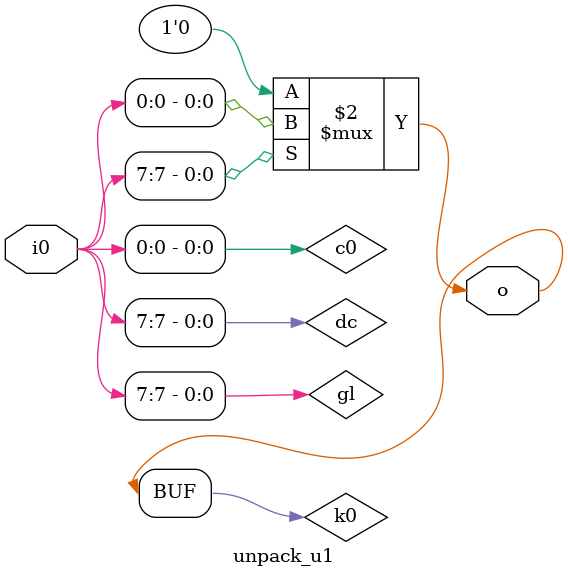
<source format=v>
module unpack_u1 (
  input      [7:0] i0,
  output reg [0:0] o
);

// i = $.wire()
reg [0:0] gl;
reg [0:0] dc;
reg [0:0] c0;
reg [0:0] k0;

always @* begin
  // gl = i.msb() // glue bits
  gl[0] = i0[7];
  // c = i.lsb(7) // chunks
  c0 = i0[0:0];
  // dc = gl.expand.up()
  dc[0] = gl[0];
  // k = c.overwrite(dc, 0)
  k0 = dc[0] ? c0 : 1'b0;
  // o = k.glue()
  o = {k0};
end

endmodule

</source>
